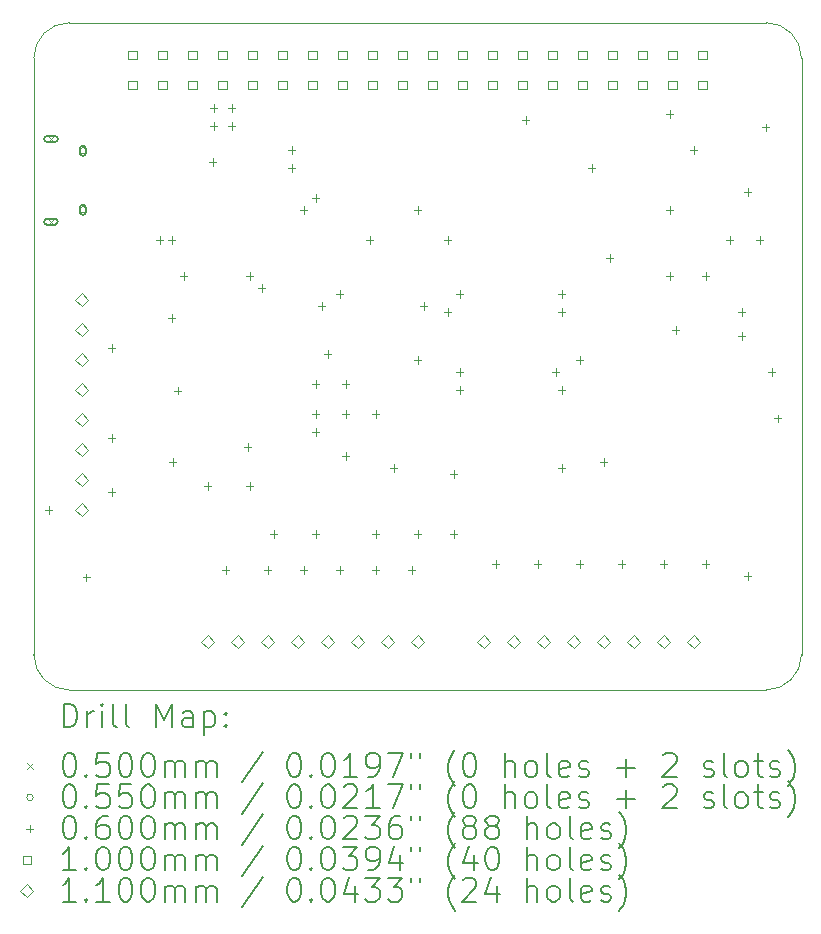
<source format=gbr>
%FSLAX45Y45*%
G04 Gerber Fmt 4.5, Leading zero omitted, Abs format (unit mm)*
G04 Created by KiCad (PCBNEW (6.0.6)) date 2022-08-27 23:59:47*
%MOMM*%
%LPD*%
G01*
G04 APERTURE LIST*
%TA.AperFunction,Profile*%
%ADD10C,0.100000*%
%TD*%
%ADD11C,0.200000*%
%ADD12C,0.050000*%
%ADD13C,0.055000*%
%ADD14C,0.060000*%
%ADD15C,0.100000*%
%ADD16C,0.110000*%
G04 APERTURE END LIST*
D10*
X16200000Y-4350000D02*
X10300000Y-4350000D01*
X10000000Y-9700000D02*
G75*
G03*
X10300000Y-10000000I300000J0D01*
G01*
X16500000Y-9700000D02*
X16500000Y-4650000D01*
X10300000Y-4350000D02*
G75*
G03*
X10000000Y-4650000I0J-300000D01*
G01*
X10000000Y-4650000D02*
X10000000Y-9700000D01*
X16200000Y-10000000D02*
G75*
G03*
X16500000Y-9700000I0J300000D01*
G01*
X16500000Y-4650000D02*
G75*
G03*
X16200000Y-4350000I-300000J0D01*
G01*
X10300000Y-10000000D02*
X16200000Y-10000000D01*
D11*
D12*
X10120097Y-5309996D02*
X10170097Y-5359996D01*
X10170097Y-5309996D02*
X10120097Y-5359996D01*
D11*
X10177597Y-5309996D02*
X10112597Y-5309996D01*
X10177597Y-5359996D02*
X10112597Y-5359996D01*
X10112597Y-5309996D02*
G75*
G03*
X10112597Y-5359996I0J-25000D01*
G01*
X10177597Y-5359996D02*
G75*
G03*
X10177597Y-5309996I0J25000D01*
G01*
D12*
X10120097Y-6009996D02*
X10170097Y-6059996D01*
X10170097Y-6009996D02*
X10120097Y-6059996D01*
D11*
X10177597Y-6009996D02*
X10112597Y-6009996D01*
X10177597Y-6059996D02*
X10112597Y-6059996D01*
X10112597Y-6009996D02*
G75*
G03*
X10112597Y-6059996I0J-25000D01*
G01*
X10177597Y-6059996D02*
G75*
G03*
X10177597Y-6009996I0J25000D01*
G01*
D13*
X10442597Y-5434996D02*
G75*
G03*
X10442597Y-5434996I-27500J0D01*
G01*
D11*
X10387597Y-5419996D02*
X10387597Y-5449996D01*
X10442597Y-5419996D02*
X10442597Y-5449996D01*
X10387597Y-5449996D02*
G75*
G03*
X10442597Y-5449996I27500J0D01*
G01*
X10442597Y-5419996D02*
G75*
G03*
X10387597Y-5419996I-27500J0D01*
G01*
D13*
X10442597Y-5934996D02*
G75*
G03*
X10442597Y-5934996I-27500J0D01*
G01*
D11*
X10387597Y-5919996D02*
X10387597Y-5949996D01*
X10442597Y-5919996D02*
X10442597Y-5949996D01*
X10387597Y-5949996D02*
G75*
G03*
X10442597Y-5949996I27500J0D01*
G01*
X10442597Y-5919996D02*
G75*
G03*
X10387597Y-5919996I-27500J0D01*
G01*
D14*
X10127000Y-8446000D02*
X10127000Y-8506000D01*
X10097000Y-8476000D02*
X10157000Y-8476000D01*
X10444500Y-9017500D02*
X10444500Y-9077500D01*
X10414500Y-9047500D02*
X10474500Y-9047500D01*
X10660400Y-7074400D02*
X10660400Y-7134400D01*
X10630400Y-7104400D02*
X10690400Y-7104400D01*
X10660400Y-7836400D02*
X10660400Y-7896400D01*
X10630400Y-7866400D02*
X10690400Y-7866400D01*
X10660400Y-8293600D02*
X10660400Y-8353600D01*
X10630400Y-8323600D02*
X10690400Y-8323600D01*
X11066800Y-6160000D02*
X11066800Y-6220000D01*
X11036800Y-6190000D02*
X11096800Y-6190000D01*
X11168400Y-6160000D02*
X11168400Y-6220000D01*
X11138400Y-6190000D02*
X11198400Y-6190000D01*
X11168400Y-6820400D02*
X11168400Y-6880400D01*
X11138400Y-6850400D02*
X11198400Y-6850400D01*
X11174750Y-8039600D02*
X11174750Y-8099600D01*
X11144750Y-8069600D02*
X11204750Y-8069600D01*
X11219200Y-7435753D02*
X11219200Y-7495753D01*
X11189200Y-7465753D02*
X11249200Y-7465753D01*
X11270000Y-6464800D02*
X11270000Y-6524800D01*
X11240000Y-6494800D02*
X11300000Y-6494800D01*
X11473200Y-8242800D02*
X11473200Y-8302800D01*
X11443200Y-8272800D02*
X11503200Y-8272800D01*
X11515250Y-5499550D02*
X11515250Y-5559550D01*
X11485250Y-5529550D02*
X11545250Y-5529550D01*
X11524000Y-5042400D02*
X11524000Y-5102400D01*
X11494000Y-5072400D02*
X11554000Y-5072400D01*
X11524000Y-5194800D02*
X11524000Y-5254800D01*
X11494000Y-5224800D02*
X11554000Y-5224800D01*
X11625600Y-8954000D02*
X11625600Y-9014000D01*
X11595600Y-8984000D02*
X11655600Y-8984000D01*
X11676400Y-5042400D02*
X11676400Y-5102400D01*
X11646400Y-5072400D02*
X11706400Y-5072400D01*
X11676400Y-5194800D02*
X11676400Y-5254800D01*
X11646400Y-5224800D02*
X11706400Y-5224800D01*
X11809750Y-7912600D02*
X11809750Y-7972600D01*
X11779750Y-7942600D02*
X11839750Y-7942600D01*
X11828800Y-6464800D02*
X11828800Y-6524800D01*
X11798800Y-6494800D02*
X11858800Y-6494800D01*
X11828800Y-8242800D02*
X11828800Y-8302800D01*
X11798800Y-8272800D02*
X11858800Y-8272800D01*
X11930400Y-6566400D02*
X11930400Y-6626400D01*
X11900400Y-6596400D02*
X11960400Y-6596400D01*
X11981200Y-8954000D02*
X11981200Y-9014000D01*
X11951200Y-8984000D02*
X12011200Y-8984000D01*
X12032000Y-8649200D02*
X12032000Y-8709200D01*
X12002000Y-8679200D02*
X12062000Y-8679200D01*
X12184400Y-5398000D02*
X12184400Y-5458000D01*
X12154400Y-5428000D02*
X12214400Y-5428000D01*
X12184400Y-5550400D02*
X12184400Y-5610400D01*
X12154400Y-5580400D02*
X12214400Y-5580400D01*
X12286000Y-5906000D02*
X12286000Y-5966000D01*
X12256000Y-5936000D02*
X12316000Y-5936000D01*
X12286000Y-8954000D02*
X12286000Y-9014000D01*
X12256000Y-8984000D02*
X12316000Y-8984000D01*
X12387600Y-5804400D02*
X12387600Y-5864400D01*
X12357600Y-5834400D02*
X12417600Y-5834400D01*
X12387600Y-7379200D02*
X12387600Y-7439200D01*
X12357600Y-7409200D02*
X12417600Y-7409200D01*
X12387600Y-7633200D02*
X12387600Y-7693200D01*
X12357600Y-7663200D02*
X12417600Y-7663200D01*
X12387600Y-7785600D02*
X12387600Y-7845600D01*
X12357600Y-7815600D02*
X12417600Y-7815600D01*
X12387600Y-8649200D02*
X12387600Y-8709200D01*
X12357600Y-8679200D02*
X12417600Y-8679200D01*
X12438400Y-6718800D02*
X12438400Y-6778800D01*
X12408400Y-6748800D02*
X12468400Y-6748800D01*
X12489200Y-7125200D02*
X12489200Y-7185200D01*
X12459200Y-7155200D02*
X12519200Y-7155200D01*
X12590800Y-6617200D02*
X12590800Y-6677200D01*
X12560800Y-6647200D02*
X12620800Y-6647200D01*
X12590800Y-8954000D02*
X12590800Y-9014000D01*
X12560800Y-8984000D02*
X12620800Y-8984000D01*
X12641600Y-7379200D02*
X12641600Y-7439200D01*
X12611600Y-7409200D02*
X12671600Y-7409200D01*
X12641600Y-7633200D02*
X12641600Y-7693200D01*
X12611600Y-7663200D02*
X12671600Y-7663200D01*
X12641600Y-7988800D02*
X12641600Y-8048800D01*
X12611600Y-8018800D02*
X12671600Y-8018800D01*
X12844800Y-6160000D02*
X12844800Y-6220000D01*
X12814800Y-6190000D02*
X12874800Y-6190000D01*
X12895600Y-7633200D02*
X12895600Y-7693200D01*
X12865600Y-7663200D02*
X12925600Y-7663200D01*
X12895600Y-8649200D02*
X12895600Y-8709200D01*
X12865600Y-8679200D02*
X12925600Y-8679200D01*
X12895600Y-8954000D02*
X12895600Y-9014000D01*
X12865600Y-8984000D02*
X12925600Y-8984000D01*
X13048000Y-8090400D02*
X13048000Y-8150400D01*
X13018000Y-8120400D02*
X13078000Y-8120400D01*
X13200400Y-8954000D02*
X13200400Y-9014000D01*
X13170400Y-8984000D02*
X13230400Y-8984000D01*
X13251200Y-5906000D02*
X13251200Y-5966000D01*
X13221200Y-5936000D02*
X13281200Y-5936000D01*
X13251200Y-7176000D02*
X13251200Y-7236000D01*
X13221200Y-7206000D02*
X13281200Y-7206000D01*
X13251200Y-8649200D02*
X13251200Y-8709200D01*
X13221200Y-8679200D02*
X13281200Y-8679200D01*
X13302000Y-6718800D02*
X13302000Y-6778800D01*
X13272000Y-6748800D02*
X13332000Y-6748800D01*
X13505200Y-6160000D02*
X13505200Y-6220000D01*
X13475200Y-6190000D02*
X13535200Y-6190000D01*
X13505200Y-6769600D02*
X13505200Y-6829600D01*
X13475200Y-6799600D02*
X13535200Y-6799600D01*
X13556000Y-8141200D02*
X13556000Y-8201200D01*
X13526000Y-8171200D02*
X13586000Y-8171200D01*
X13556000Y-8649200D02*
X13556000Y-8709200D01*
X13526000Y-8679200D02*
X13586000Y-8679200D01*
X13606800Y-6617200D02*
X13606800Y-6677200D01*
X13576800Y-6647200D02*
X13636800Y-6647200D01*
X13606800Y-7277600D02*
X13606800Y-7337600D01*
X13576800Y-7307600D02*
X13636800Y-7307600D01*
X13606800Y-7430000D02*
X13606800Y-7490000D01*
X13576800Y-7460000D02*
X13636800Y-7460000D01*
X13911600Y-8903200D02*
X13911600Y-8963200D01*
X13881600Y-8933200D02*
X13941600Y-8933200D01*
X14165600Y-5144000D02*
X14165600Y-5204000D01*
X14135600Y-5174000D02*
X14195600Y-5174000D01*
X14267200Y-8903200D02*
X14267200Y-8963200D01*
X14237200Y-8933200D02*
X14297200Y-8933200D01*
X14419600Y-7277600D02*
X14419600Y-7337600D01*
X14389600Y-7307600D02*
X14449600Y-7307600D01*
X14470400Y-6617200D02*
X14470400Y-6677200D01*
X14440400Y-6647200D02*
X14500400Y-6647200D01*
X14470400Y-6769600D02*
X14470400Y-6829600D01*
X14440400Y-6799600D02*
X14500400Y-6799600D01*
X14470400Y-7430000D02*
X14470400Y-7490000D01*
X14440400Y-7460000D02*
X14500400Y-7460000D01*
X14470400Y-8090400D02*
X14470400Y-8150400D01*
X14440400Y-8120400D02*
X14500400Y-8120400D01*
X14622800Y-7176000D02*
X14622800Y-7236000D01*
X14592800Y-7206000D02*
X14652800Y-7206000D01*
X14622800Y-8903200D02*
X14622800Y-8963200D01*
X14592800Y-8933200D02*
X14652800Y-8933200D01*
X14724400Y-5550400D02*
X14724400Y-5610400D01*
X14694400Y-5580400D02*
X14754400Y-5580400D01*
X14826000Y-8039600D02*
X14826000Y-8099600D01*
X14796000Y-8069600D02*
X14856000Y-8069600D01*
X14876800Y-6312400D02*
X14876800Y-6372400D01*
X14846800Y-6342400D02*
X14906800Y-6342400D01*
X14978400Y-8903200D02*
X14978400Y-8963200D01*
X14948400Y-8933200D02*
X15008400Y-8933200D01*
X15334000Y-8903200D02*
X15334000Y-8963200D01*
X15304000Y-8933200D02*
X15364000Y-8933200D01*
X15384800Y-5093200D02*
X15384800Y-5153200D01*
X15354800Y-5123200D02*
X15414800Y-5123200D01*
X15384800Y-5906000D02*
X15384800Y-5966000D01*
X15354800Y-5936000D02*
X15414800Y-5936000D01*
X15384800Y-6464800D02*
X15384800Y-6524800D01*
X15354800Y-6494800D02*
X15414800Y-6494800D01*
X15435600Y-6922000D02*
X15435600Y-6982000D01*
X15405600Y-6952000D02*
X15465600Y-6952000D01*
X15588000Y-5398000D02*
X15588000Y-5458000D01*
X15558000Y-5428000D02*
X15618000Y-5428000D01*
X15689600Y-6464800D02*
X15689600Y-6524800D01*
X15659600Y-6494800D02*
X15719600Y-6494800D01*
X15689600Y-8903200D02*
X15689600Y-8963200D01*
X15659600Y-8933200D02*
X15719600Y-8933200D01*
X15892800Y-6160000D02*
X15892800Y-6220000D01*
X15862800Y-6190000D02*
X15922800Y-6190000D01*
X15994400Y-6769600D02*
X15994400Y-6829600D01*
X15964400Y-6799600D02*
X16024400Y-6799600D01*
X15994400Y-6972800D02*
X15994400Y-7032800D01*
X15964400Y-7002800D02*
X16024400Y-7002800D01*
X16045200Y-5753600D02*
X16045200Y-5813600D01*
X16015200Y-5783600D02*
X16075200Y-5783600D01*
X16045200Y-9004800D02*
X16045200Y-9064800D01*
X16015200Y-9034800D02*
X16075200Y-9034800D01*
X16146800Y-6160000D02*
X16146800Y-6220000D01*
X16116800Y-6190000D02*
X16176800Y-6190000D01*
X16197600Y-5207500D02*
X16197600Y-5267500D01*
X16167600Y-5237500D02*
X16227600Y-5237500D01*
X16248400Y-7277600D02*
X16248400Y-7337600D01*
X16218400Y-7307600D02*
X16278400Y-7307600D01*
X16299200Y-7671300D02*
X16299200Y-7731300D01*
X16269200Y-7701300D02*
X16329200Y-7701300D01*
D15*
X10872356Y-4658356D02*
X10872356Y-4587644D01*
X10801644Y-4587644D01*
X10801644Y-4658356D01*
X10872356Y-4658356D01*
X10872356Y-4912356D02*
X10872356Y-4841644D01*
X10801644Y-4841644D01*
X10801644Y-4912356D01*
X10872356Y-4912356D01*
X11126356Y-4658356D02*
X11126356Y-4587644D01*
X11055644Y-4587644D01*
X11055644Y-4658356D01*
X11126356Y-4658356D01*
X11126356Y-4912356D02*
X11126356Y-4841644D01*
X11055644Y-4841644D01*
X11055644Y-4912356D01*
X11126356Y-4912356D01*
X11380356Y-4658356D02*
X11380356Y-4587644D01*
X11309644Y-4587644D01*
X11309644Y-4658356D01*
X11380356Y-4658356D01*
X11380356Y-4912356D02*
X11380356Y-4841644D01*
X11309644Y-4841644D01*
X11309644Y-4912356D01*
X11380356Y-4912356D01*
X11634356Y-4658356D02*
X11634356Y-4587644D01*
X11563644Y-4587644D01*
X11563644Y-4658356D01*
X11634356Y-4658356D01*
X11634356Y-4912356D02*
X11634356Y-4841644D01*
X11563644Y-4841644D01*
X11563644Y-4912356D01*
X11634356Y-4912356D01*
X11888356Y-4658356D02*
X11888356Y-4587644D01*
X11817644Y-4587644D01*
X11817644Y-4658356D01*
X11888356Y-4658356D01*
X11888356Y-4912356D02*
X11888356Y-4841644D01*
X11817644Y-4841644D01*
X11817644Y-4912356D01*
X11888356Y-4912356D01*
X12142356Y-4658356D02*
X12142356Y-4587644D01*
X12071644Y-4587644D01*
X12071644Y-4658356D01*
X12142356Y-4658356D01*
X12142356Y-4912356D02*
X12142356Y-4841644D01*
X12071644Y-4841644D01*
X12071644Y-4912356D01*
X12142356Y-4912356D01*
X12396356Y-4658356D02*
X12396356Y-4587644D01*
X12325644Y-4587644D01*
X12325644Y-4658356D01*
X12396356Y-4658356D01*
X12396356Y-4912356D02*
X12396356Y-4841644D01*
X12325644Y-4841644D01*
X12325644Y-4912356D01*
X12396356Y-4912356D01*
X12650356Y-4658356D02*
X12650356Y-4587644D01*
X12579644Y-4587644D01*
X12579644Y-4658356D01*
X12650356Y-4658356D01*
X12650356Y-4912356D02*
X12650356Y-4841644D01*
X12579644Y-4841644D01*
X12579644Y-4912356D01*
X12650356Y-4912356D01*
X12904356Y-4658356D02*
X12904356Y-4587644D01*
X12833644Y-4587644D01*
X12833644Y-4658356D01*
X12904356Y-4658356D01*
X12904356Y-4912356D02*
X12904356Y-4841644D01*
X12833644Y-4841644D01*
X12833644Y-4912356D01*
X12904356Y-4912356D01*
X13158356Y-4658356D02*
X13158356Y-4587644D01*
X13087644Y-4587644D01*
X13087644Y-4658356D01*
X13158356Y-4658356D01*
X13158356Y-4912356D02*
X13158356Y-4841644D01*
X13087644Y-4841644D01*
X13087644Y-4912356D01*
X13158356Y-4912356D01*
X13412356Y-4658356D02*
X13412356Y-4587644D01*
X13341644Y-4587644D01*
X13341644Y-4658356D01*
X13412356Y-4658356D01*
X13412356Y-4912356D02*
X13412356Y-4841644D01*
X13341644Y-4841644D01*
X13341644Y-4912356D01*
X13412356Y-4912356D01*
X13666356Y-4658356D02*
X13666356Y-4587644D01*
X13595644Y-4587644D01*
X13595644Y-4658356D01*
X13666356Y-4658356D01*
X13666356Y-4912356D02*
X13666356Y-4841644D01*
X13595644Y-4841644D01*
X13595644Y-4912356D01*
X13666356Y-4912356D01*
X13920356Y-4658356D02*
X13920356Y-4587644D01*
X13849644Y-4587644D01*
X13849644Y-4658356D01*
X13920356Y-4658356D01*
X13920356Y-4912356D02*
X13920356Y-4841644D01*
X13849644Y-4841644D01*
X13849644Y-4912356D01*
X13920356Y-4912356D01*
X14174356Y-4658356D02*
X14174356Y-4587644D01*
X14103644Y-4587644D01*
X14103644Y-4658356D01*
X14174356Y-4658356D01*
X14174356Y-4912356D02*
X14174356Y-4841644D01*
X14103644Y-4841644D01*
X14103644Y-4912356D01*
X14174356Y-4912356D01*
X14428356Y-4658356D02*
X14428356Y-4587644D01*
X14357644Y-4587644D01*
X14357644Y-4658356D01*
X14428356Y-4658356D01*
X14428356Y-4912356D02*
X14428356Y-4841644D01*
X14357644Y-4841644D01*
X14357644Y-4912356D01*
X14428356Y-4912356D01*
X14682356Y-4658356D02*
X14682356Y-4587644D01*
X14611644Y-4587644D01*
X14611644Y-4658356D01*
X14682356Y-4658356D01*
X14682356Y-4912356D02*
X14682356Y-4841644D01*
X14611644Y-4841644D01*
X14611644Y-4912356D01*
X14682356Y-4912356D01*
X14936356Y-4658356D02*
X14936356Y-4587644D01*
X14865644Y-4587644D01*
X14865644Y-4658356D01*
X14936356Y-4658356D01*
X14936356Y-4912356D02*
X14936356Y-4841644D01*
X14865644Y-4841644D01*
X14865644Y-4912356D01*
X14936356Y-4912356D01*
X15190356Y-4658356D02*
X15190356Y-4587644D01*
X15119644Y-4587644D01*
X15119644Y-4658356D01*
X15190356Y-4658356D01*
X15190356Y-4912356D02*
X15190356Y-4841644D01*
X15119644Y-4841644D01*
X15119644Y-4912356D01*
X15190356Y-4912356D01*
X15444356Y-4658356D02*
X15444356Y-4587644D01*
X15373644Y-4587644D01*
X15373644Y-4658356D01*
X15444356Y-4658356D01*
X15444356Y-4912356D02*
X15444356Y-4841644D01*
X15373644Y-4841644D01*
X15373644Y-4912356D01*
X15444356Y-4912356D01*
X15698356Y-4658356D02*
X15698356Y-4587644D01*
X15627644Y-4587644D01*
X15627644Y-4658356D01*
X15698356Y-4658356D01*
X15698356Y-4912356D02*
X15698356Y-4841644D01*
X15627644Y-4841644D01*
X15627644Y-4912356D01*
X15698356Y-4912356D01*
D16*
X10406400Y-6753000D02*
X10461400Y-6698000D01*
X10406400Y-6643000D01*
X10351400Y-6698000D01*
X10406400Y-6753000D01*
X10406400Y-7007000D02*
X10461400Y-6952000D01*
X10406400Y-6897000D01*
X10351400Y-6952000D01*
X10406400Y-7007000D01*
X10406400Y-7261000D02*
X10461400Y-7206000D01*
X10406400Y-7151000D01*
X10351400Y-7206000D01*
X10406400Y-7261000D01*
X10406400Y-7515000D02*
X10461400Y-7460000D01*
X10406400Y-7405000D01*
X10351400Y-7460000D01*
X10406400Y-7515000D01*
X10406400Y-7769000D02*
X10461400Y-7714000D01*
X10406400Y-7659000D01*
X10351400Y-7714000D01*
X10406400Y-7769000D01*
X10406400Y-8023000D02*
X10461400Y-7968000D01*
X10406400Y-7913000D01*
X10351400Y-7968000D01*
X10406400Y-8023000D01*
X10406400Y-8277000D02*
X10461400Y-8222000D01*
X10406400Y-8167000D01*
X10351400Y-8222000D01*
X10406400Y-8277000D01*
X10406400Y-8531000D02*
X10461400Y-8476000D01*
X10406400Y-8421000D01*
X10351400Y-8476000D01*
X10406400Y-8531000D01*
X11473200Y-9648600D02*
X11528200Y-9593600D01*
X11473200Y-9538600D01*
X11418200Y-9593600D01*
X11473200Y-9648600D01*
X11727200Y-9648600D02*
X11782200Y-9593600D01*
X11727200Y-9538600D01*
X11672200Y-9593600D01*
X11727200Y-9648600D01*
X11981200Y-9648600D02*
X12036200Y-9593600D01*
X11981200Y-9538600D01*
X11926200Y-9593600D01*
X11981200Y-9648600D01*
X12235200Y-9648600D02*
X12290200Y-9593600D01*
X12235200Y-9538600D01*
X12180200Y-9593600D01*
X12235200Y-9648600D01*
X12489200Y-9648600D02*
X12544200Y-9593600D01*
X12489200Y-9538600D01*
X12434200Y-9593600D01*
X12489200Y-9648600D01*
X12743200Y-9648600D02*
X12798200Y-9593600D01*
X12743200Y-9538600D01*
X12688200Y-9593600D01*
X12743200Y-9648600D01*
X12997200Y-9648600D02*
X13052200Y-9593600D01*
X12997200Y-9538600D01*
X12942200Y-9593600D01*
X12997200Y-9648600D01*
X13251200Y-9648600D02*
X13306200Y-9593600D01*
X13251200Y-9538600D01*
X13196200Y-9593600D01*
X13251200Y-9648600D01*
X13810000Y-9648600D02*
X13865000Y-9593600D01*
X13810000Y-9538600D01*
X13755000Y-9593600D01*
X13810000Y-9648600D01*
X14064000Y-9648600D02*
X14119000Y-9593600D01*
X14064000Y-9538600D01*
X14009000Y-9593600D01*
X14064000Y-9648600D01*
X14318000Y-9648600D02*
X14373000Y-9593600D01*
X14318000Y-9538600D01*
X14263000Y-9593600D01*
X14318000Y-9648600D01*
X14572000Y-9648600D02*
X14627000Y-9593600D01*
X14572000Y-9538600D01*
X14517000Y-9593600D01*
X14572000Y-9648600D01*
X14826000Y-9648600D02*
X14881000Y-9593600D01*
X14826000Y-9538600D01*
X14771000Y-9593600D01*
X14826000Y-9648600D01*
X15080000Y-9648600D02*
X15135000Y-9593600D01*
X15080000Y-9538600D01*
X15025000Y-9593600D01*
X15080000Y-9648600D01*
X15334000Y-9648600D02*
X15389000Y-9593600D01*
X15334000Y-9538600D01*
X15279000Y-9593600D01*
X15334000Y-9648600D01*
X15588000Y-9648600D02*
X15643000Y-9593600D01*
X15588000Y-9538600D01*
X15533000Y-9593600D01*
X15588000Y-9648600D01*
D11*
X10252619Y-10315476D02*
X10252619Y-10115476D01*
X10300238Y-10115476D01*
X10328810Y-10125000D01*
X10347857Y-10144048D01*
X10357381Y-10163095D01*
X10366905Y-10201190D01*
X10366905Y-10229762D01*
X10357381Y-10267857D01*
X10347857Y-10286905D01*
X10328810Y-10305952D01*
X10300238Y-10315476D01*
X10252619Y-10315476D01*
X10452619Y-10315476D02*
X10452619Y-10182143D01*
X10452619Y-10220238D02*
X10462143Y-10201190D01*
X10471667Y-10191667D01*
X10490714Y-10182143D01*
X10509762Y-10182143D01*
X10576429Y-10315476D02*
X10576429Y-10182143D01*
X10576429Y-10115476D02*
X10566905Y-10125000D01*
X10576429Y-10134524D01*
X10585952Y-10125000D01*
X10576429Y-10115476D01*
X10576429Y-10134524D01*
X10700238Y-10315476D02*
X10681190Y-10305952D01*
X10671667Y-10286905D01*
X10671667Y-10115476D01*
X10805000Y-10315476D02*
X10785952Y-10305952D01*
X10776429Y-10286905D01*
X10776429Y-10115476D01*
X11033571Y-10315476D02*
X11033571Y-10115476D01*
X11100238Y-10258333D01*
X11166905Y-10115476D01*
X11166905Y-10315476D01*
X11347857Y-10315476D02*
X11347857Y-10210714D01*
X11338333Y-10191667D01*
X11319286Y-10182143D01*
X11281190Y-10182143D01*
X11262143Y-10191667D01*
X11347857Y-10305952D02*
X11328809Y-10315476D01*
X11281190Y-10315476D01*
X11262143Y-10305952D01*
X11252619Y-10286905D01*
X11252619Y-10267857D01*
X11262143Y-10248810D01*
X11281190Y-10239286D01*
X11328809Y-10239286D01*
X11347857Y-10229762D01*
X11443095Y-10182143D02*
X11443095Y-10382143D01*
X11443095Y-10191667D02*
X11462143Y-10182143D01*
X11500238Y-10182143D01*
X11519286Y-10191667D01*
X11528809Y-10201190D01*
X11538333Y-10220238D01*
X11538333Y-10277381D01*
X11528809Y-10296429D01*
X11519286Y-10305952D01*
X11500238Y-10315476D01*
X11462143Y-10315476D01*
X11443095Y-10305952D01*
X11624048Y-10296429D02*
X11633571Y-10305952D01*
X11624048Y-10315476D01*
X11614524Y-10305952D01*
X11624048Y-10296429D01*
X11624048Y-10315476D01*
X11624048Y-10191667D02*
X11633571Y-10201190D01*
X11624048Y-10210714D01*
X11614524Y-10201190D01*
X11624048Y-10191667D01*
X11624048Y-10210714D01*
D12*
X9945000Y-10620000D02*
X9995000Y-10670000D01*
X9995000Y-10620000D02*
X9945000Y-10670000D01*
D11*
X10290714Y-10535476D02*
X10309762Y-10535476D01*
X10328810Y-10545000D01*
X10338333Y-10554524D01*
X10347857Y-10573571D01*
X10357381Y-10611667D01*
X10357381Y-10659286D01*
X10347857Y-10697381D01*
X10338333Y-10716429D01*
X10328810Y-10725952D01*
X10309762Y-10735476D01*
X10290714Y-10735476D01*
X10271667Y-10725952D01*
X10262143Y-10716429D01*
X10252619Y-10697381D01*
X10243095Y-10659286D01*
X10243095Y-10611667D01*
X10252619Y-10573571D01*
X10262143Y-10554524D01*
X10271667Y-10545000D01*
X10290714Y-10535476D01*
X10443095Y-10716429D02*
X10452619Y-10725952D01*
X10443095Y-10735476D01*
X10433571Y-10725952D01*
X10443095Y-10716429D01*
X10443095Y-10735476D01*
X10633571Y-10535476D02*
X10538333Y-10535476D01*
X10528810Y-10630714D01*
X10538333Y-10621190D01*
X10557381Y-10611667D01*
X10605000Y-10611667D01*
X10624048Y-10621190D01*
X10633571Y-10630714D01*
X10643095Y-10649762D01*
X10643095Y-10697381D01*
X10633571Y-10716429D01*
X10624048Y-10725952D01*
X10605000Y-10735476D01*
X10557381Y-10735476D01*
X10538333Y-10725952D01*
X10528810Y-10716429D01*
X10766905Y-10535476D02*
X10785952Y-10535476D01*
X10805000Y-10545000D01*
X10814524Y-10554524D01*
X10824048Y-10573571D01*
X10833571Y-10611667D01*
X10833571Y-10659286D01*
X10824048Y-10697381D01*
X10814524Y-10716429D01*
X10805000Y-10725952D01*
X10785952Y-10735476D01*
X10766905Y-10735476D01*
X10747857Y-10725952D01*
X10738333Y-10716429D01*
X10728810Y-10697381D01*
X10719286Y-10659286D01*
X10719286Y-10611667D01*
X10728810Y-10573571D01*
X10738333Y-10554524D01*
X10747857Y-10545000D01*
X10766905Y-10535476D01*
X10957381Y-10535476D02*
X10976429Y-10535476D01*
X10995476Y-10545000D01*
X11005000Y-10554524D01*
X11014524Y-10573571D01*
X11024048Y-10611667D01*
X11024048Y-10659286D01*
X11014524Y-10697381D01*
X11005000Y-10716429D01*
X10995476Y-10725952D01*
X10976429Y-10735476D01*
X10957381Y-10735476D01*
X10938333Y-10725952D01*
X10928810Y-10716429D01*
X10919286Y-10697381D01*
X10909762Y-10659286D01*
X10909762Y-10611667D01*
X10919286Y-10573571D01*
X10928810Y-10554524D01*
X10938333Y-10545000D01*
X10957381Y-10535476D01*
X11109762Y-10735476D02*
X11109762Y-10602143D01*
X11109762Y-10621190D02*
X11119286Y-10611667D01*
X11138333Y-10602143D01*
X11166905Y-10602143D01*
X11185952Y-10611667D01*
X11195476Y-10630714D01*
X11195476Y-10735476D01*
X11195476Y-10630714D02*
X11205000Y-10611667D01*
X11224048Y-10602143D01*
X11252619Y-10602143D01*
X11271667Y-10611667D01*
X11281190Y-10630714D01*
X11281190Y-10735476D01*
X11376428Y-10735476D02*
X11376428Y-10602143D01*
X11376428Y-10621190D02*
X11385952Y-10611667D01*
X11405000Y-10602143D01*
X11433571Y-10602143D01*
X11452619Y-10611667D01*
X11462143Y-10630714D01*
X11462143Y-10735476D01*
X11462143Y-10630714D02*
X11471667Y-10611667D01*
X11490714Y-10602143D01*
X11519286Y-10602143D01*
X11538333Y-10611667D01*
X11547857Y-10630714D01*
X11547857Y-10735476D01*
X11938333Y-10525952D02*
X11766905Y-10783095D01*
X12195476Y-10535476D02*
X12214524Y-10535476D01*
X12233571Y-10545000D01*
X12243095Y-10554524D01*
X12252619Y-10573571D01*
X12262143Y-10611667D01*
X12262143Y-10659286D01*
X12252619Y-10697381D01*
X12243095Y-10716429D01*
X12233571Y-10725952D01*
X12214524Y-10735476D01*
X12195476Y-10735476D01*
X12176428Y-10725952D01*
X12166905Y-10716429D01*
X12157381Y-10697381D01*
X12147857Y-10659286D01*
X12147857Y-10611667D01*
X12157381Y-10573571D01*
X12166905Y-10554524D01*
X12176428Y-10545000D01*
X12195476Y-10535476D01*
X12347857Y-10716429D02*
X12357381Y-10725952D01*
X12347857Y-10735476D01*
X12338333Y-10725952D01*
X12347857Y-10716429D01*
X12347857Y-10735476D01*
X12481190Y-10535476D02*
X12500238Y-10535476D01*
X12519286Y-10545000D01*
X12528809Y-10554524D01*
X12538333Y-10573571D01*
X12547857Y-10611667D01*
X12547857Y-10659286D01*
X12538333Y-10697381D01*
X12528809Y-10716429D01*
X12519286Y-10725952D01*
X12500238Y-10735476D01*
X12481190Y-10735476D01*
X12462143Y-10725952D01*
X12452619Y-10716429D01*
X12443095Y-10697381D01*
X12433571Y-10659286D01*
X12433571Y-10611667D01*
X12443095Y-10573571D01*
X12452619Y-10554524D01*
X12462143Y-10545000D01*
X12481190Y-10535476D01*
X12738333Y-10735476D02*
X12624048Y-10735476D01*
X12681190Y-10735476D02*
X12681190Y-10535476D01*
X12662143Y-10564048D01*
X12643095Y-10583095D01*
X12624048Y-10592619D01*
X12833571Y-10735476D02*
X12871667Y-10735476D01*
X12890714Y-10725952D01*
X12900238Y-10716429D01*
X12919286Y-10687857D01*
X12928809Y-10649762D01*
X12928809Y-10573571D01*
X12919286Y-10554524D01*
X12909762Y-10545000D01*
X12890714Y-10535476D01*
X12852619Y-10535476D01*
X12833571Y-10545000D01*
X12824048Y-10554524D01*
X12814524Y-10573571D01*
X12814524Y-10621190D01*
X12824048Y-10640238D01*
X12833571Y-10649762D01*
X12852619Y-10659286D01*
X12890714Y-10659286D01*
X12909762Y-10649762D01*
X12919286Y-10640238D01*
X12928809Y-10621190D01*
X12995476Y-10535476D02*
X13128809Y-10535476D01*
X13043095Y-10735476D01*
X13195476Y-10535476D02*
X13195476Y-10573571D01*
X13271667Y-10535476D02*
X13271667Y-10573571D01*
X13566905Y-10811667D02*
X13557381Y-10802143D01*
X13538333Y-10773571D01*
X13528809Y-10754524D01*
X13519286Y-10725952D01*
X13509762Y-10678333D01*
X13509762Y-10640238D01*
X13519286Y-10592619D01*
X13528809Y-10564048D01*
X13538333Y-10545000D01*
X13557381Y-10516429D01*
X13566905Y-10506905D01*
X13681190Y-10535476D02*
X13700238Y-10535476D01*
X13719286Y-10545000D01*
X13728809Y-10554524D01*
X13738333Y-10573571D01*
X13747857Y-10611667D01*
X13747857Y-10659286D01*
X13738333Y-10697381D01*
X13728809Y-10716429D01*
X13719286Y-10725952D01*
X13700238Y-10735476D01*
X13681190Y-10735476D01*
X13662143Y-10725952D01*
X13652619Y-10716429D01*
X13643095Y-10697381D01*
X13633571Y-10659286D01*
X13633571Y-10611667D01*
X13643095Y-10573571D01*
X13652619Y-10554524D01*
X13662143Y-10545000D01*
X13681190Y-10535476D01*
X13985952Y-10735476D02*
X13985952Y-10535476D01*
X14071667Y-10735476D02*
X14071667Y-10630714D01*
X14062143Y-10611667D01*
X14043095Y-10602143D01*
X14014524Y-10602143D01*
X13995476Y-10611667D01*
X13985952Y-10621190D01*
X14195476Y-10735476D02*
X14176428Y-10725952D01*
X14166905Y-10716429D01*
X14157381Y-10697381D01*
X14157381Y-10640238D01*
X14166905Y-10621190D01*
X14176428Y-10611667D01*
X14195476Y-10602143D01*
X14224048Y-10602143D01*
X14243095Y-10611667D01*
X14252619Y-10621190D01*
X14262143Y-10640238D01*
X14262143Y-10697381D01*
X14252619Y-10716429D01*
X14243095Y-10725952D01*
X14224048Y-10735476D01*
X14195476Y-10735476D01*
X14376428Y-10735476D02*
X14357381Y-10725952D01*
X14347857Y-10706905D01*
X14347857Y-10535476D01*
X14528809Y-10725952D02*
X14509762Y-10735476D01*
X14471667Y-10735476D01*
X14452619Y-10725952D01*
X14443095Y-10706905D01*
X14443095Y-10630714D01*
X14452619Y-10611667D01*
X14471667Y-10602143D01*
X14509762Y-10602143D01*
X14528809Y-10611667D01*
X14538333Y-10630714D01*
X14538333Y-10649762D01*
X14443095Y-10668810D01*
X14614524Y-10725952D02*
X14633571Y-10735476D01*
X14671667Y-10735476D01*
X14690714Y-10725952D01*
X14700238Y-10706905D01*
X14700238Y-10697381D01*
X14690714Y-10678333D01*
X14671667Y-10668810D01*
X14643095Y-10668810D01*
X14624048Y-10659286D01*
X14614524Y-10640238D01*
X14614524Y-10630714D01*
X14624048Y-10611667D01*
X14643095Y-10602143D01*
X14671667Y-10602143D01*
X14690714Y-10611667D01*
X14938333Y-10659286D02*
X15090714Y-10659286D01*
X15014524Y-10735476D02*
X15014524Y-10583095D01*
X15328809Y-10554524D02*
X15338333Y-10545000D01*
X15357381Y-10535476D01*
X15405000Y-10535476D01*
X15424048Y-10545000D01*
X15433571Y-10554524D01*
X15443095Y-10573571D01*
X15443095Y-10592619D01*
X15433571Y-10621190D01*
X15319286Y-10735476D01*
X15443095Y-10735476D01*
X15671667Y-10725952D02*
X15690714Y-10735476D01*
X15728809Y-10735476D01*
X15747857Y-10725952D01*
X15757381Y-10706905D01*
X15757381Y-10697381D01*
X15747857Y-10678333D01*
X15728809Y-10668810D01*
X15700238Y-10668810D01*
X15681190Y-10659286D01*
X15671667Y-10640238D01*
X15671667Y-10630714D01*
X15681190Y-10611667D01*
X15700238Y-10602143D01*
X15728809Y-10602143D01*
X15747857Y-10611667D01*
X15871667Y-10735476D02*
X15852619Y-10725952D01*
X15843095Y-10706905D01*
X15843095Y-10535476D01*
X15976428Y-10735476D02*
X15957381Y-10725952D01*
X15947857Y-10716429D01*
X15938333Y-10697381D01*
X15938333Y-10640238D01*
X15947857Y-10621190D01*
X15957381Y-10611667D01*
X15976428Y-10602143D01*
X16005000Y-10602143D01*
X16024048Y-10611667D01*
X16033571Y-10621190D01*
X16043095Y-10640238D01*
X16043095Y-10697381D01*
X16033571Y-10716429D01*
X16024048Y-10725952D01*
X16005000Y-10735476D01*
X15976428Y-10735476D01*
X16100238Y-10602143D02*
X16176428Y-10602143D01*
X16128809Y-10535476D02*
X16128809Y-10706905D01*
X16138333Y-10725952D01*
X16157381Y-10735476D01*
X16176428Y-10735476D01*
X16233571Y-10725952D02*
X16252619Y-10735476D01*
X16290714Y-10735476D01*
X16309762Y-10725952D01*
X16319286Y-10706905D01*
X16319286Y-10697381D01*
X16309762Y-10678333D01*
X16290714Y-10668810D01*
X16262143Y-10668810D01*
X16243095Y-10659286D01*
X16233571Y-10640238D01*
X16233571Y-10630714D01*
X16243095Y-10611667D01*
X16262143Y-10602143D01*
X16290714Y-10602143D01*
X16309762Y-10611667D01*
X16385952Y-10811667D02*
X16395476Y-10802143D01*
X16414524Y-10773571D01*
X16424048Y-10754524D01*
X16433571Y-10725952D01*
X16443095Y-10678333D01*
X16443095Y-10640238D01*
X16433571Y-10592619D01*
X16424048Y-10564048D01*
X16414524Y-10545000D01*
X16395476Y-10516429D01*
X16385952Y-10506905D01*
D13*
X9995000Y-10909000D02*
G75*
G03*
X9995000Y-10909000I-27500J0D01*
G01*
D11*
X10290714Y-10799476D02*
X10309762Y-10799476D01*
X10328810Y-10809000D01*
X10338333Y-10818524D01*
X10347857Y-10837571D01*
X10357381Y-10875667D01*
X10357381Y-10923286D01*
X10347857Y-10961381D01*
X10338333Y-10980429D01*
X10328810Y-10989952D01*
X10309762Y-10999476D01*
X10290714Y-10999476D01*
X10271667Y-10989952D01*
X10262143Y-10980429D01*
X10252619Y-10961381D01*
X10243095Y-10923286D01*
X10243095Y-10875667D01*
X10252619Y-10837571D01*
X10262143Y-10818524D01*
X10271667Y-10809000D01*
X10290714Y-10799476D01*
X10443095Y-10980429D02*
X10452619Y-10989952D01*
X10443095Y-10999476D01*
X10433571Y-10989952D01*
X10443095Y-10980429D01*
X10443095Y-10999476D01*
X10633571Y-10799476D02*
X10538333Y-10799476D01*
X10528810Y-10894714D01*
X10538333Y-10885190D01*
X10557381Y-10875667D01*
X10605000Y-10875667D01*
X10624048Y-10885190D01*
X10633571Y-10894714D01*
X10643095Y-10913762D01*
X10643095Y-10961381D01*
X10633571Y-10980429D01*
X10624048Y-10989952D01*
X10605000Y-10999476D01*
X10557381Y-10999476D01*
X10538333Y-10989952D01*
X10528810Y-10980429D01*
X10824048Y-10799476D02*
X10728810Y-10799476D01*
X10719286Y-10894714D01*
X10728810Y-10885190D01*
X10747857Y-10875667D01*
X10795476Y-10875667D01*
X10814524Y-10885190D01*
X10824048Y-10894714D01*
X10833571Y-10913762D01*
X10833571Y-10961381D01*
X10824048Y-10980429D01*
X10814524Y-10989952D01*
X10795476Y-10999476D01*
X10747857Y-10999476D01*
X10728810Y-10989952D01*
X10719286Y-10980429D01*
X10957381Y-10799476D02*
X10976429Y-10799476D01*
X10995476Y-10809000D01*
X11005000Y-10818524D01*
X11014524Y-10837571D01*
X11024048Y-10875667D01*
X11024048Y-10923286D01*
X11014524Y-10961381D01*
X11005000Y-10980429D01*
X10995476Y-10989952D01*
X10976429Y-10999476D01*
X10957381Y-10999476D01*
X10938333Y-10989952D01*
X10928810Y-10980429D01*
X10919286Y-10961381D01*
X10909762Y-10923286D01*
X10909762Y-10875667D01*
X10919286Y-10837571D01*
X10928810Y-10818524D01*
X10938333Y-10809000D01*
X10957381Y-10799476D01*
X11109762Y-10999476D02*
X11109762Y-10866143D01*
X11109762Y-10885190D02*
X11119286Y-10875667D01*
X11138333Y-10866143D01*
X11166905Y-10866143D01*
X11185952Y-10875667D01*
X11195476Y-10894714D01*
X11195476Y-10999476D01*
X11195476Y-10894714D02*
X11205000Y-10875667D01*
X11224048Y-10866143D01*
X11252619Y-10866143D01*
X11271667Y-10875667D01*
X11281190Y-10894714D01*
X11281190Y-10999476D01*
X11376428Y-10999476D02*
X11376428Y-10866143D01*
X11376428Y-10885190D02*
X11385952Y-10875667D01*
X11405000Y-10866143D01*
X11433571Y-10866143D01*
X11452619Y-10875667D01*
X11462143Y-10894714D01*
X11462143Y-10999476D01*
X11462143Y-10894714D02*
X11471667Y-10875667D01*
X11490714Y-10866143D01*
X11519286Y-10866143D01*
X11538333Y-10875667D01*
X11547857Y-10894714D01*
X11547857Y-10999476D01*
X11938333Y-10789952D02*
X11766905Y-11047095D01*
X12195476Y-10799476D02*
X12214524Y-10799476D01*
X12233571Y-10809000D01*
X12243095Y-10818524D01*
X12252619Y-10837571D01*
X12262143Y-10875667D01*
X12262143Y-10923286D01*
X12252619Y-10961381D01*
X12243095Y-10980429D01*
X12233571Y-10989952D01*
X12214524Y-10999476D01*
X12195476Y-10999476D01*
X12176428Y-10989952D01*
X12166905Y-10980429D01*
X12157381Y-10961381D01*
X12147857Y-10923286D01*
X12147857Y-10875667D01*
X12157381Y-10837571D01*
X12166905Y-10818524D01*
X12176428Y-10809000D01*
X12195476Y-10799476D01*
X12347857Y-10980429D02*
X12357381Y-10989952D01*
X12347857Y-10999476D01*
X12338333Y-10989952D01*
X12347857Y-10980429D01*
X12347857Y-10999476D01*
X12481190Y-10799476D02*
X12500238Y-10799476D01*
X12519286Y-10809000D01*
X12528809Y-10818524D01*
X12538333Y-10837571D01*
X12547857Y-10875667D01*
X12547857Y-10923286D01*
X12538333Y-10961381D01*
X12528809Y-10980429D01*
X12519286Y-10989952D01*
X12500238Y-10999476D01*
X12481190Y-10999476D01*
X12462143Y-10989952D01*
X12452619Y-10980429D01*
X12443095Y-10961381D01*
X12433571Y-10923286D01*
X12433571Y-10875667D01*
X12443095Y-10837571D01*
X12452619Y-10818524D01*
X12462143Y-10809000D01*
X12481190Y-10799476D01*
X12624048Y-10818524D02*
X12633571Y-10809000D01*
X12652619Y-10799476D01*
X12700238Y-10799476D01*
X12719286Y-10809000D01*
X12728809Y-10818524D01*
X12738333Y-10837571D01*
X12738333Y-10856619D01*
X12728809Y-10885190D01*
X12614524Y-10999476D01*
X12738333Y-10999476D01*
X12928809Y-10999476D02*
X12814524Y-10999476D01*
X12871667Y-10999476D02*
X12871667Y-10799476D01*
X12852619Y-10828048D01*
X12833571Y-10847095D01*
X12814524Y-10856619D01*
X12995476Y-10799476D02*
X13128809Y-10799476D01*
X13043095Y-10999476D01*
X13195476Y-10799476D02*
X13195476Y-10837571D01*
X13271667Y-10799476D02*
X13271667Y-10837571D01*
X13566905Y-11075667D02*
X13557381Y-11066143D01*
X13538333Y-11037571D01*
X13528809Y-11018524D01*
X13519286Y-10989952D01*
X13509762Y-10942333D01*
X13509762Y-10904238D01*
X13519286Y-10856619D01*
X13528809Y-10828048D01*
X13538333Y-10809000D01*
X13557381Y-10780429D01*
X13566905Y-10770905D01*
X13681190Y-10799476D02*
X13700238Y-10799476D01*
X13719286Y-10809000D01*
X13728809Y-10818524D01*
X13738333Y-10837571D01*
X13747857Y-10875667D01*
X13747857Y-10923286D01*
X13738333Y-10961381D01*
X13728809Y-10980429D01*
X13719286Y-10989952D01*
X13700238Y-10999476D01*
X13681190Y-10999476D01*
X13662143Y-10989952D01*
X13652619Y-10980429D01*
X13643095Y-10961381D01*
X13633571Y-10923286D01*
X13633571Y-10875667D01*
X13643095Y-10837571D01*
X13652619Y-10818524D01*
X13662143Y-10809000D01*
X13681190Y-10799476D01*
X13985952Y-10999476D02*
X13985952Y-10799476D01*
X14071667Y-10999476D02*
X14071667Y-10894714D01*
X14062143Y-10875667D01*
X14043095Y-10866143D01*
X14014524Y-10866143D01*
X13995476Y-10875667D01*
X13985952Y-10885190D01*
X14195476Y-10999476D02*
X14176428Y-10989952D01*
X14166905Y-10980429D01*
X14157381Y-10961381D01*
X14157381Y-10904238D01*
X14166905Y-10885190D01*
X14176428Y-10875667D01*
X14195476Y-10866143D01*
X14224048Y-10866143D01*
X14243095Y-10875667D01*
X14252619Y-10885190D01*
X14262143Y-10904238D01*
X14262143Y-10961381D01*
X14252619Y-10980429D01*
X14243095Y-10989952D01*
X14224048Y-10999476D01*
X14195476Y-10999476D01*
X14376428Y-10999476D02*
X14357381Y-10989952D01*
X14347857Y-10970905D01*
X14347857Y-10799476D01*
X14528809Y-10989952D02*
X14509762Y-10999476D01*
X14471667Y-10999476D01*
X14452619Y-10989952D01*
X14443095Y-10970905D01*
X14443095Y-10894714D01*
X14452619Y-10875667D01*
X14471667Y-10866143D01*
X14509762Y-10866143D01*
X14528809Y-10875667D01*
X14538333Y-10894714D01*
X14538333Y-10913762D01*
X14443095Y-10932810D01*
X14614524Y-10989952D02*
X14633571Y-10999476D01*
X14671667Y-10999476D01*
X14690714Y-10989952D01*
X14700238Y-10970905D01*
X14700238Y-10961381D01*
X14690714Y-10942333D01*
X14671667Y-10932810D01*
X14643095Y-10932810D01*
X14624048Y-10923286D01*
X14614524Y-10904238D01*
X14614524Y-10894714D01*
X14624048Y-10875667D01*
X14643095Y-10866143D01*
X14671667Y-10866143D01*
X14690714Y-10875667D01*
X14938333Y-10923286D02*
X15090714Y-10923286D01*
X15014524Y-10999476D02*
X15014524Y-10847095D01*
X15328809Y-10818524D02*
X15338333Y-10809000D01*
X15357381Y-10799476D01*
X15405000Y-10799476D01*
X15424048Y-10809000D01*
X15433571Y-10818524D01*
X15443095Y-10837571D01*
X15443095Y-10856619D01*
X15433571Y-10885190D01*
X15319286Y-10999476D01*
X15443095Y-10999476D01*
X15671667Y-10989952D02*
X15690714Y-10999476D01*
X15728809Y-10999476D01*
X15747857Y-10989952D01*
X15757381Y-10970905D01*
X15757381Y-10961381D01*
X15747857Y-10942333D01*
X15728809Y-10932810D01*
X15700238Y-10932810D01*
X15681190Y-10923286D01*
X15671667Y-10904238D01*
X15671667Y-10894714D01*
X15681190Y-10875667D01*
X15700238Y-10866143D01*
X15728809Y-10866143D01*
X15747857Y-10875667D01*
X15871667Y-10999476D02*
X15852619Y-10989952D01*
X15843095Y-10970905D01*
X15843095Y-10799476D01*
X15976428Y-10999476D02*
X15957381Y-10989952D01*
X15947857Y-10980429D01*
X15938333Y-10961381D01*
X15938333Y-10904238D01*
X15947857Y-10885190D01*
X15957381Y-10875667D01*
X15976428Y-10866143D01*
X16005000Y-10866143D01*
X16024048Y-10875667D01*
X16033571Y-10885190D01*
X16043095Y-10904238D01*
X16043095Y-10961381D01*
X16033571Y-10980429D01*
X16024048Y-10989952D01*
X16005000Y-10999476D01*
X15976428Y-10999476D01*
X16100238Y-10866143D02*
X16176428Y-10866143D01*
X16128809Y-10799476D02*
X16128809Y-10970905D01*
X16138333Y-10989952D01*
X16157381Y-10999476D01*
X16176428Y-10999476D01*
X16233571Y-10989952D02*
X16252619Y-10999476D01*
X16290714Y-10999476D01*
X16309762Y-10989952D01*
X16319286Y-10970905D01*
X16319286Y-10961381D01*
X16309762Y-10942333D01*
X16290714Y-10932810D01*
X16262143Y-10932810D01*
X16243095Y-10923286D01*
X16233571Y-10904238D01*
X16233571Y-10894714D01*
X16243095Y-10875667D01*
X16262143Y-10866143D01*
X16290714Y-10866143D01*
X16309762Y-10875667D01*
X16385952Y-11075667D02*
X16395476Y-11066143D01*
X16414524Y-11037571D01*
X16424048Y-11018524D01*
X16433571Y-10989952D01*
X16443095Y-10942333D01*
X16443095Y-10904238D01*
X16433571Y-10856619D01*
X16424048Y-10828048D01*
X16414524Y-10809000D01*
X16395476Y-10780429D01*
X16385952Y-10770905D01*
D14*
X9965000Y-11143000D02*
X9965000Y-11203000D01*
X9935000Y-11173000D02*
X9995000Y-11173000D01*
D11*
X10290714Y-11063476D02*
X10309762Y-11063476D01*
X10328810Y-11073000D01*
X10338333Y-11082524D01*
X10347857Y-11101571D01*
X10357381Y-11139667D01*
X10357381Y-11187286D01*
X10347857Y-11225381D01*
X10338333Y-11244428D01*
X10328810Y-11253952D01*
X10309762Y-11263476D01*
X10290714Y-11263476D01*
X10271667Y-11253952D01*
X10262143Y-11244428D01*
X10252619Y-11225381D01*
X10243095Y-11187286D01*
X10243095Y-11139667D01*
X10252619Y-11101571D01*
X10262143Y-11082524D01*
X10271667Y-11073000D01*
X10290714Y-11063476D01*
X10443095Y-11244428D02*
X10452619Y-11253952D01*
X10443095Y-11263476D01*
X10433571Y-11253952D01*
X10443095Y-11244428D01*
X10443095Y-11263476D01*
X10624048Y-11063476D02*
X10585952Y-11063476D01*
X10566905Y-11073000D01*
X10557381Y-11082524D01*
X10538333Y-11111095D01*
X10528810Y-11149190D01*
X10528810Y-11225381D01*
X10538333Y-11244428D01*
X10547857Y-11253952D01*
X10566905Y-11263476D01*
X10605000Y-11263476D01*
X10624048Y-11253952D01*
X10633571Y-11244428D01*
X10643095Y-11225381D01*
X10643095Y-11177762D01*
X10633571Y-11158714D01*
X10624048Y-11149190D01*
X10605000Y-11139667D01*
X10566905Y-11139667D01*
X10547857Y-11149190D01*
X10538333Y-11158714D01*
X10528810Y-11177762D01*
X10766905Y-11063476D02*
X10785952Y-11063476D01*
X10805000Y-11073000D01*
X10814524Y-11082524D01*
X10824048Y-11101571D01*
X10833571Y-11139667D01*
X10833571Y-11187286D01*
X10824048Y-11225381D01*
X10814524Y-11244428D01*
X10805000Y-11253952D01*
X10785952Y-11263476D01*
X10766905Y-11263476D01*
X10747857Y-11253952D01*
X10738333Y-11244428D01*
X10728810Y-11225381D01*
X10719286Y-11187286D01*
X10719286Y-11139667D01*
X10728810Y-11101571D01*
X10738333Y-11082524D01*
X10747857Y-11073000D01*
X10766905Y-11063476D01*
X10957381Y-11063476D02*
X10976429Y-11063476D01*
X10995476Y-11073000D01*
X11005000Y-11082524D01*
X11014524Y-11101571D01*
X11024048Y-11139667D01*
X11024048Y-11187286D01*
X11014524Y-11225381D01*
X11005000Y-11244428D01*
X10995476Y-11253952D01*
X10976429Y-11263476D01*
X10957381Y-11263476D01*
X10938333Y-11253952D01*
X10928810Y-11244428D01*
X10919286Y-11225381D01*
X10909762Y-11187286D01*
X10909762Y-11139667D01*
X10919286Y-11101571D01*
X10928810Y-11082524D01*
X10938333Y-11073000D01*
X10957381Y-11063476D01*
X11109762Y-11263476D02*
X11109762Y-11130143D01*
X11109762Y-11149190D02*
X11119286Y-11139667D01*
X11138333Y-11130143D01*
X11166905Y-11130143D01*
X11185952Y-11139667D01*
X11195476Y-11158714D01*
X11195476Y-11263476D01*
X11195476Y-11158714D02*
X11205000Y-11139667D01*
X11224048Y-11130143D01*
X11252619Y-11130143D01*
X11271667Y-11139667D01*
X11281190Y-11158714D01*
X11281190Y-11263476D01*
X11376428Y-11263476D02*
X11376428Y-11130143D01*
X11376428Y-11149190D02*
X11385952Y-11139667D01*
X11405000Y-11130143D01*
X11433571Y-11130143D01*
X11452619Y-11139667D01*
X11462143Y-11158714D01*
X11462143Y-11263476D01*
X11462143Y-11158714D02*
X11471667Y-11139667D01*
X11490714Y-11130143D01*
X11519286Y-11130143D01*
X11538333Y-11139667D01*
X11547857Y-11158714D01*
X11547857Y-11263476D01*
X11938333Y-11053952D02*
X11766905Y-11311095D01*
X12195476Y-11063476D02*
X12214524Y-11063476D01*
X12233571Y-11073000D01*
X12243095Y-11082524D01*
X12252619Y-11101571D01*
X12262143Y-11139667D01*
X12262143Y-11187286D01*
X12252619Y-11225381D01*
X12243095Y-11244428D01*
X12233571Y-11253952D01*
X12214524Y-11263476D01*
X12195476Y-11263476D01*
X12176428Y-11253952D01*
X12166905Y-11244428D01*
X12157381Y-11225381D01*
X12147857Y-11187286D01*
X12147857Y-11139667D01*
X12157381Y-11101571D01*
X12166905Y-11082524D01*
X12176428Y-11073000D01*
X12195476Y-11063476D01*
X12347857Y-11244428D02*
X12357381Y-11253952D01*
X12347857Y-11263476D01*
X12338333Y-11253952D01*
X12347857Y-11244428D01*
X12347857Y-11263476D01*
X12481190Y-11063476D02*
X12500238Y-11063476D01*
X12519286Y-11073000D01*
X12528809Y-11082524D01*
X12538333Y-11101571D01*
X12547857Y-11139667D01*
X12547857Y-11187286D01*
X12538333Y-11225381D01*
X12528809Y-11244428D01*
X12519286Y-11253952D01*
X12500238Y-11263476D01*
X12481190Y-11263476D01*
X12462143Y-11253952D01*
X12452619Y-11244428D01*
X12443095Y-11225381D01*
X12433571Y-11187286D01*
X12433571Y-11139667D01*
X12443095Y-11101571D01*
X12452619Y-11082524D01*
X12462143Y-11073000D01*
X12481190Y-11063476D01*
X12624048Y-11082524D02*
X12633571Y-11073000D01*
X12652619Y-11063476D01*
X12700238Y-11063476D01*
X12719286Y-11073000D01*
X12728809Y-11082524D01*
X12738333Y-11101571D01*
X12738333Y-11120619D01*
X12728809Y-11149190D01*
X12614524Y-11263476D01*
X12738333Y-11263476D01*
X12805000Y-11063476D02*
X12928809Y-11063476D01*
X12862143Y-11139667D01*
X12890714Y-11139667D01*
X12909762Y-11149190D01*
X12919286Y-11158714D01*
X12928809Y-11177762D01*
X12928809Y-11225381D01*
X12919286Y-11244428D01*
X12909762Y-11253952D01*
X12890714Y-11263476D01*
X12833571Y-11263476D01*
X12814524Y-11253952D01*
X12805000Y-11244428D01*
X13100238Y-11063476D02*
X13062143Y-11063476D01*
X13043095Y-11073000D01*
X13033571Y-11082524D01*
X13014524Y-11111095D01*
X13005000Y-11149190D01*
X13005000Y-11225381D01*
X13014524Y-11244428D01*
X13024048Y-11253952D01*
X13043095Y-11263476D01*
X13081190Y-11263476D01*
X13100238Y-11253952D01*
X13109762Y-11244428D01*
X13119286Y-11225381D01*
X13119286Y-11177762D01*
X13109762Y-11158714D01*
X13100238Y-11149190D01*
X13081190Y-11139667D01*
X13043095Y-11139667D01*
X13024048Y-11149190D01*
X13014524Y-11158714D01*
X13005000Y-11177762D01*
X13195476Y-11063476D02*
X13195476Y-11101571D01*
X13271667Y-11063476D02*
X13271667Y-11101571D01*
X13566905Y-11339667D02*
X13557381Y-11330143D01*
X13538333Y-11301571D01*
X13528809Y-11282524D01*
X13519286Y-11253952D01*
X13509762Y-11206333D01*
X13509762Y-11168238D01*
X13519286Y-11120619D01*
X13528809Y-11092048D01*
X13538333Y-11073000D01*
X13557381Y-11044429D01*
X13566905Y-11034905D01*
X13671667Y-11149190D02*
X13652619Y-11139667D01*
X13643095Y-11130143D01*
X13633571Y-11111095D01*
X13633571Y-11101571D01*
X13643095Y-11082524D01*
X13652619Y-11073000D01*
X13671667Y-11063476D01*
X13709762Y-11063476D01*
X13728809Y-11073000D01*
X13738333Y-11082524D01*
X13747857Y-11101571D01*
X13747857Y-11111095D01*
X13738333Y-11130143D01*
X13728809Y-11139667D01*
X13709762Y-11149190D01*
X13671667Y-11149190D01*
X13652619Y-11158714D01*
X13643095Y-11168238D01*
X13633571Y-11187286D01*
X13633571Y-11225381D01*
X13643095Y-11244428D01*
X13652619Y-11253952D01*
X13671667Y-11263476D01*
X13709762Y-11263476D01*
X13728809Y-11253952D01*
X13738333Y-11244428D01*
X13747857Y-11225381D01*
X13747857Y-11187286D01*
X13738333Y-11168238D01*
X13728809Y-11158714D01*
X13709762Y-11149190D01*
X13862143Y-11149190D02*
X13843095Y-11139667D01*
X13833571Y-11130143D01*
X13824048Y-11111095D01*
X13824048Y-11101571D01*
X13833571Y-11082524D01*
X13843095Y-11073000D01*
X13862143Y-11063476D01*
X13900238Y-11063476D01*
X13919286Y-11073000D01*
X13928809Y-11082524D01*
X13938333Y-11101571D01*
X13938333Y-11111095D01*
X13928809Y-11130143D01*
X13919286Y-11139667D01*
X13900238Y-11149190D01*
X13862143Y-11149190D01*
X13843095Y-11158714D01*
X13833571Y-11168238D01*
X13824048Y-11187286D01*
X13824048Y-11225381D01*
X13833571Y-11244428D01*
X13843095Y-11253952D01*
X13862143Y-11263476D01*
X13900238Y-11263476D01*
X13919286Y-11253952D01*
X13928809Y-11244428D01*
X13938333Y-11225381D01*
X13938333Y-11187286D01*
X13928809Y-11168238D01*
X13919286Y-11158714D01*
X13900238Y-11149190D01*
X14176428Y-11263476D02*
X14176428Y-11063476D01*
X14262143Y-11263476D02*
X14262143Y-11158714D01*
X14252619Y-11139667D01*
X14233571Y-11130143D01*
X14205000Y-11130143D01*
X14185952Y-11139667D01*
X14176428Y-11149190D01*
X14385952Y-11263476D02*
X14366905Y-11253952D01*
X14357381Y-11244428D01*
X14347857Y-11225381D01*
X14347857Y-11168238D01*
X14357381Y-11149190D01*
X14366905Y-11139667D01*
X14385952Y-11130143D01*
X14414524Y-11130143D01*
X14433571Y-11139667D01*
X14443095Y-11149190D01*
X14452619Y-11168238D01*
X14452619Y-11225381D01*
X14443095Y-11244428D01*
X14433571Y-11253952D01*
X14414524Y-11263476D01*
X14385952Y-11263476D01*
X14566905Y-11263476D02*
X14547857Y-11253952D01*
X14538333Y-11234905D01*
X14538333Y-11063476D01*
X14719286Y-11253952D02*
X14700238Y-11263476D01*
X14662143Y-11263476D01*
X14643095Y-11253952D01*
X14633571Y-11234905D01*
X14633571Y-11158714D01*
X14643095Y-11139667D01*
X14662143Y-11130143D01*
X14700238Y-11130143D01*
X14719286Y-11139667D01*
X14728809Y-11158714D01*
X14728809Y-11177762D01*
X14633571Y-11196809D01*
X14805000Y-11253952D02*
X14824048Y-11263476D01*
X14862143Y-11263476D01*
X14881190Y-11253952D01*
X14890714Y-11234905D01*
X14890714Y-11225381D01*
X14881190Y-11206333D01*
X14862143Y-11196809D01*
X14833571Y-11196809D01*
X14814524Y-11187286D01*
X14805000Y-11168238D01*
X14805000Y-11158714D01*
X14814524Y-11139667D01*
X14833571Y-11130143D01*
X14862143Y-11130143D01*
X14881190Y-11139667D01*
X14957381Y-11339667D02*
X14966905Y-11330143D01*
X14985952Y-11301571D01*
X14995476Y-11282524D01*
X15005000Y-11253952D01*
X15014524Y-11206333D01*
X15014524Y-11168238D01*
X15005000Y-11120619D01*
X14995476Y-11092048D01*
X14985952Y-11073000D01*
X14966905Y-11044429D01*
X14957381Y-11034905D01*
D15*
X9980356Y-11472356D02*
X9980356Y-11401644D01*
X9909644Y-11401644D01*
X9909644Y-11472356D01*
X9980356Y-11472356D01*
D11*
X10357381Y-11527476D02*
X10243095Y-11527476D01*
X10300238Y-11527476D02*
X10300238Y-11327476D01*
X10281190Y-11356048D01*
X10262143Y-11375095D01*
X10243095Y-11384619D01*
X10443095Y-11508428D02*
X10452619Y-11517952D01*
X10443095Y-11527476D01*
X10433571Y-11517952D01*
X10443095Y-11508428D01*
X10443095Y-11527476D01*
X10576429Y-11327476D02*
X10595476Y-11327476D01*
X10614524Y-11337000D01*
X10624048Y-11346524D01*
X10633571Y-11365571D01*
X10643095Y-11403667D01*
X10643095Y-11451286D01*
X10633571Y-11489381D01*
X10624048Y-11508428D01*
X10614524Y-11517952D01*
X10595476Y-11527476D01*
X10576429Y-11527476D01*
X10557381Y-11517952D01*
X10547857Y-11508428D01*
X10538333Y-11489381D01*
X10528810Y-11451286D01*
X10528810Y-11403667D01*
X10538333Y-11365571D01*
X10547857Y-11346524D01*
X10557381Y-11337000D01*
X10576429Y-11327476D01*
X10766905Y-11327476D02*
X10785952Y-11327476D01*
X10805000Y-11337000D01*
X10814524Y-11346524D01*
X10824048Y-11365571D01*
X10833571Y-11403667D01*
X10833571Y-11451286D01*
X10824048Y-11489381D01*
X10814524Y-11508428D01*
X10805000Y-11517952D01*
X10785952Y-11527476D01*
X10766905Y-11527476D01*
X10747857Y-11517952D01*
X10738333Y-11508428D01*
X10728810Y-11489381D01*
X10719286Y-11451286D01*
X10719286Y-11403667D01*
X10728810Y-11365571D01*
X10738333Y-11346524D01*
X10747857Y-11337000D01*
X10766905Y-11327476D01*
X10957381Y-11327476D02*
X10976429Y-11327476D01*
X10995476Y-11337000D01*
X11005000Y-11346524D01*
X11014524Y-11365571D01*
X11024048Y-11403667D01*
X11024048Y-11451286D01*
X11014524Y-11489381D01*
X11005000Y-11508428D01*
X10995476Y-11517952D01*
X10976429Y-11527476D01*
X10957381Y-11527476D01*
X10938333Y-11517952D01*
X10928810Y-11508428D01*
X10919286Y-11489381D01*
X10909762Y-11451286D01*
X10909762Y-11403667D01*
X10919286Y-11365571D01*
X10928810Y-11346524D01*
X10938333Y-11337000D01*
X10957381Y-11327476D01*
X11109762Y-11527476D02*
X11109762Y-11394143D01*
X11109762Y-11413190D02*
X11119286Y-11403667D01*
X11138333Y-11394143D01*
X11166905Y-11394143D01*
X11185952Y-11403667D01*
X11195476Y-11422714D01*
X11195476Y-11527476D01*
X11195476Y-11422714D02*
X11205000Y-11403667D01*
X11224048Y-11394143D01*
X11252619Y-11394143D01*
X11271667Y-11403667D01*
X11281190Y-11422714D01*
X11281190Y-11527476D01*
X11376428Y-11527476D02*
X11376428Y-11394143D01*
X11376428Y-11413190D02*
X11385952Y-11403667D01*
X11405000Y-11394143D01*
X11433571Y-11394143D01*
X11452619Y-11403667D01*
X11462143Y-11422714D01*
X11462143Y-11527476D01*
X11462143Y-11422714D02*
X11471667Y-11403667D01*
X11490714Y-11394143D01*
X11519286Y-11394143D01*
X11538333Y-11403667D01*
X11547857Y-11422714D01*
X11547857Y-11527476D01*
X11938333Y-11317952D02*
X11766905Y-11575095D01*
X12195476Y-11327476D02*
X12214524Y-11327476D01*
X12233571Y-11337000D01*
X12243095Y-11346524D01*
X12252619Y-11365571D01*
X12262143Y-11403667D01*
X12262143Y-11451286D01*
X12252619Y-11489381D01*
X12243095Y-11508428D01*
X12233571Y-11517952D01*
X12214524Y-11527476D01*
X12195476Y-11527476D01*
X12176428Y-11517952D01*
X12166905Y-11508428D01*
X12157381Y-11489381D01*
X12147857Y-11451286D01*
X12147857Y-11403667D01*
X12157381Y-11365571D01*
X12166905Y-11346524D01*
X12176428Y-11337000D01*
X12195476Y-11327476D01*
X12347857Y-11508428D02*
X12357381Y-11517952D01*
X12347857Y-11527476D01*
X12338333Y-11517952D01*
X12347857Y-11508428D01*
X12347857Y-11527476D01*
X12481190Y-11327476D02*
X12500238Y-11327476D01*
X12519286Y-11337000D01*
X12528809Y-11346524D01*
X12538333Y-11365571D01*
X12547857Y-11403667D01*
X12547857Y-11451286D01*
X12538333Y-11489381D01*
X12528809Y-11508428D01*
X12519286Y-11517952D01*
X12500238Y-11527476D01*
X12481190Y-11527476D01*
X12462143Y-11517952D01*
X12452619Y-11508428D01*
X12443095Y-11489381D01*
X12433571Y-11451286D01*
X12433571Y-11403667D01*
X12443095Y-11365571D01*
X12452619Y-11346524D01*
X12462143Y-11337000D01*
X12481190Y-11327476D01*
X12614524Y-11327476D02*
X12738333Y-11327476D01*
X12671667Y-11403667D01*
X12700238Y-11403667D01*
X12719286Y-11413190D01*
X12728809Y-11422714D01*
X12738333Y-11441762D01*
X12738333Y-11489381D01*
X12728809Y-11508428D01*
X12719286Y-11517952D01*
X12700238Y-11527476D01*
X12643095Y-11527476D01*
X12624048Y-11517952D01*
X12614524Y-11508428D01*
X12833571Y-11527476D02*
X12871667Y-11527476D01*
X12890714Y-11517952D01*
X12900238Y-11508428D01*
X12919286Y-11479857D01*
X12928809Y-11441762D01*
X12928809Y-11365571D01*
X12919286Y-11346524D01*
X12909762Y-11337000D01*
X12890714Y-11327476D01*
X12852619Y-11327476D01*
X12833571Y-11337000D01*
X12824048Y-11346524D01*
X12814524Y-11365571D01*
X12814524Y-11413190D01*
X12824048Y-11432238D01*
X12833571Y-11441762D01*
X12852619Y-11451286D01*
X12890714Y-11451286D01*
X12909762Y-11441762D01*
X12919286Y-11432238D01*
X12928809Y-11413190D01*
X13100238Y-11394143D02*
X13100238Y-11527476D01*
X13052619Y-11317952D02*
X13005000Y-11460809D01*
X13128809Y-11460809D01*
X13195476Y-11327476D02*
X13195476Y-11365571D01*
X13271667Y-11327476D02*
X13271667Y-11365571D01*
X13566905Y-11603667D02*
X13557381Y-11594143D01*
X13538333Y-11565571D01*
X13528809Y-11546524D01*
X13519286Y-11517952D01*
X13509762Y-11470333D01*
X13509762Y-11432238D01*
X13519286Y-11384619D01*
X13528809Y-11356048D01*
X13538333Y-11337000D01*
X13557381Y-11308428D01*
X13566905Y-11298905D01*
X13728809Y-11394143D02*
X13728809Y-11527476D01*
X13681190Y-11317952D02*
X13633571Y-11460809D01*
X13757381Y-11460809D01*
X13871667Y-11327476D02*
X13890714Y-11327476D01*
X13909762Y-11337000D01*
X13919286Y-11346524D01*
X13928809Y-11365571D01*
X13938333Y-11403667D01*
X13938333Y-11451286D01*
X13928809Y-11489381D01*
X13919286Y-11508428D01*
X13909762Y-11517952D01*
X13890714Y-11527476D01*
X13871667Y-11527476D01*
X13852619Y-11517952D01*
X13843095Y-11508428D01*
X13833571Y-11489381D01*
X13824048Y-11451286D01*
X13824048Y-11403667D01*
X13833571Y-11365571D01*
X13843095Y-11346524D01*
X13852619Y-11337000D01*
X13871667Y-11327476D01*
X14176428Y-11527476D02*
X14176428Y-11327476D01*
X14262143Y-11527476D02*
X14262143Y-11422714D01*
X14252619Y-11403667D01*
X14233571Y-11394143D01*
X14205000Y-11394143D01*
X14185952Y-11403667D01*
X14176428Y-11413190D01*
X14385952Y-11527476D02*
X14366905Y-11517952D01*
X14357381Y-11508428D01*
X14347857Y-11489381D01*
X14347857Y-11432238D01*
X14357381Y-11413190D01*
X14366905Y-11403667D01*
X14385952Y-11394143D01*
X14414524Y-11394143D01*
X14433571Y-11403667D01*
X14443095Y-11413190D01*
X14452619Y-11432238D01*
X14452619Y-11489381D01*
X14443095Y-11508428D01*
X14433571Y-11517952D01*
X14414524Y-11527476D01*
X14385952Y-11527476D01*
X14566905Y-11527476D02*
X14547857Y-11517952D01*
X14538333Y-11498905D01*
X14538333Y-11327476D01*
X14719286Y-11517952D02*
X14700238Y-11527476D01*
X14662143Y-11527476D01*
X14643095Y-11517952D01*
X14633571Y-11498905D01*
X14633571Y-11422714D01*
X14643095Y-11403667D01*
X14662143Y-11394143D01*
X14700238Y-11394143D01*
X14719286Y-11403667D01*
X14728809Y-11422714D01*
X14728809Y-11441762D01*
X14633571Y-11460809D01*
X14805000Y-11517952D02*
X14824048Y-11527476D01*
X14862143Y-11527476D01*
X14881190Y-11517952D01*
X14890714Y-11498905D01*
X14890714Y-11489381D01*
X14881190Y-11470333D01*
X14862143Y-11460809D01*
X14833571Y-11460809D01*
X14814524Y-11451286D01*
X14805000Y-11432238D01*
X14805000Y-11422714D01*
X14814524Y-11403667D01*
X14833571Y-11394143D01*
X14862143Y-11394143D01*
X14881190Y-11403667D01*
X14957381Y-11603667D02*
X14966905Y-11594143D01*
X14985952Y-11565571D01*
X14995476Y-11546524D01*
X15005000Y-11517952D01*
X15014524Y-11470333D01*
X15014524Y-11432238D01*
X15005000Y-11384619D01*
X14995476Y-11356048D01*
X14985952Y-11337000D01*
X14966905Y-11308428D01*
X14957381Y-11298905D01*
D16*
X9940000Y-11756000D02*
X9995000Y-11701000D01*
X9940000Y-11646000D01*
X9885000Y-11701000D01*
X9940000Y-11756000D01*
D11*
X10357381Y-11791476D02*
X10243095Y-11791476D01*
X10300238Y-11791476D02*
X10300238Y-11591476D01*
X10281190Y-11620048D01*
X10262143Y-11639095D01*
X10243095Y-11648619D01*
X10443095Y-11772428D02*
X10452619Y-11781952D01*
X10443095Y-11791476D01*
X10433571Y-11781952D01*
X10443095Y-11772428D01*
X10443095Y-11791476D01*
X10643095Y-11791476D02*
X10528810Y-11791476D01*
X10585952Y-11791476D02*
X10585952Y-11591476D01*
X10566905Y-11620048D01*
X10547857Y-11639095D01*
X10528810Y-11648619D01*
X10766905Y-11591476D02*
X10785952Y-11591476D01*
X10805000Y-11601000D01*
X10814524Y-11610524D01*
X10824048Y-11629571D01*
X10833571Y-11667667D01*
X10833571Y-11715286D01*
X10824048Y-11753381D01*
X10814524Y-11772428D01*
X10805000Y-11781952D01*
X10785952Y-11791476D01*
X10766905Y-11791476D01*
X10747857Y-11781952D01*
X10738333Y-11772428D01*
X10728810Y-11753381D01*
X10719286Y-11715286D01*
X10719286Y-11667667D01*
X10728810Y-11629571D01*
X10738333Y-11610524D01*
X10747857Y-11601000D01*
X10766905Y-11591476D01*
X10957381Y-11591476D02*
X10976429Y-11591476D01*
X10995476Y-11601000D01*
X11005000Y-11610524D01*
X11014524Y-11629571D01*
X11024048Y-11667667D01*
X11024048Y-11715286D01*
X11014524Y-11753381D01*
X11005000Y-11772428D01*
X10995476Y-11781952D01*
X10976429Y-11791476D01*
X10957381Y-11791476D01*
X10938333Y-11781952D01*
X10928810Y-11772428D01*
X10919286Y-11753381D01*
X10909762Y-11715286D01*
X10909762Y-11667667D01*
X10919286Y-11629571D01*
X10928810Y-11610524D01*
X10938333Y-11601000D01*
X10957381Y-11591476D01*
X11109762Y-11791476D02*
X11109762Y-11658143D01*
X11109762Y-11677190D02*
X11119286Y-11667667D01*
X11138333Y-11658143D01*
X11166905Y-11658143D01*
X11185952Y-11667667D01*
X11195476Y-11686714D01*
X11195476Y-11791476D01*
X11195476Y-11686714D02*
X11205000Y-11667667D01*
X11224048Y-11658143D01*
X11252619Y-11658143D01*
X11271667Y-11667667D01*
X11281190Y-11686714D01*
X11281190Y-11791476D01*
X11376428Y-11791476D02*
X11376428Y-11658143D01*
X11376428Y-11677190D02*
X11385952Y-11667667D01*
X11405000Y-11658143D01*
X11433571Y-11658143D01*
X11452619Y-11667667D01*
X11462143Y-11686714D01*
X11462143Y-11791476D01*
X11462143Y-11686714D02*
X11471667Y-11667667D01*
X11490714Y-11658143D01*
X11519286Y-11658143D01*
X11538333Y-11667667D01*
X11547857Y-11686714D01*
X11547857Y-11791476D01*
X11938333Y-11581952D02*
X11766905Y-11839095D01*
X12195476Y-11591476D02*
X12214524Y-11591476D01*
X12233571Y-11601000D01*
X12243095Y-11610524D01*
X12252619Y-11629571D01*
X12262143Y-11667667D01*
X12262143Y-11715286D01*
X12252619Y-11753381D01*
X12243095Y-11772428D01*
X12233571Y-11781952D01*
X12214524Y-11791476D01*
X12195476Y-11791476D01*
X12176428Y-11781952D01*
X12166905Y-11772428D01*
X12157381Y-11753381D01*
X12147857Y-11715286D01*
X12147857Y-11667667D01*
X12157381Y-11629571D01*
X12166905Y-11610524D01*
X12176428Y-11601000D01*
X12195476Y-11591476D01*
X12347857Y-11772428D02*
X12357381Y-11781952D01*
X12347857Y-11791476D01*
X12338333Y-11781952D01*
X12347857Y-11772428D01*
X12347857Y-11791476D01*
X12481190Y-11591476D02*
X12500238Y-11591476D01*
X12519286Y-11601000D01*
X12528809Y-11610524D01*
X12538333Y-11629571D01*
X12547857Y-11667667D01*
X12547857Y-11715286D01*
X12538333Y-11753381D01*
X12528809Y-11772428D01*
X12519286Y-11781952D01*
X12500238Y-11791476D01*
X12481190Y-11791476D01*
X12462143Y-11781952D01*
X12452619Y-11772428D01*
X12443095Y-11753381D01*
X12433571Y-11715286D01*
X12433571Y-11667667D01*
X12443095Y-11629571D01*
X12452619Y-11610524D01*
X12462143Y-11601000D01*
X12481190Y-11591476D01*
X12719286Y-11658143D02*
X12719286Y-11791476D01*
X12671667Y-11581952D02*
X12624048Y-11724809D01*
X12747857Y-11724809D01*
X12805000Y-11591476D02*
X12928809Y-11591476D01*
X12862143Y-11667667D01*
X12890714Y-11667667D01*
X12909762Y-11677190D01*
X12919286Y-11686714D01*
X12928809Y-11705762D01*
X12928809Y-11753381D01*
X12919286Y-11772428D01*
X12909762Y-11781952D01*
X12890714Y-11791476D01*
X12833571Y-11791476D01*
X12814524Y-11781952D01*
X12805000Y-11772428D01*
X12995476Y-11591476D02*
X13119286Y-11591476D01*
X13052619Y-11667667D01*
X13081190Y-11667667D01*
X13100238Y-11677190D01*
X13109762Y-11686714D01*
X13119286Y-11705762D01*
X13119286Y-11753381D01*
X13109762Y-11772428D01*
X13100238Y-11781952D01*
X13081190Y-11791476D01*
X13024048Y-11791476D01*
X13005000Y-11781952D01*
X12995476Y-11772428D01*
X13195476Y-11591476D02*
X13195476Y-11629571D01*
X13271667Y-11591476D02*
X13271667Y-11629571D01*
X13566905Y-11867667D02*
X13557381Y-11858143D01*
X13538333Y-11829571D01*
X13528809Y-11810524D01*
X13519286Y-11781952D01*
X13509762Y-11734333D01*
X13509762Y-11696238D01*
X13519286Y-11648619D01*
X13528809Y-11620048D01*
X13538333Y-11601000D01*
X13557381Y-11572428D01*
X13566905Y-11562905D01*
X13633571Y-11610524D02*
X13643095Y-11601000D01*
X13662143Y-11591476D01*
X13709762Y-11591476D01*
X13728809Y-11601000D01*
X13738333Y-11610524D01*
X13747857Y-11629571D01*
X13747857Y-11648619D01*
X13738333Y-11677190D01*
X13624048Y-11791476D01*
X13747857Y-11791476D01*
X13919286Y-11658143D02*
X13919286Y-11791476D01*
X13871667Y-11581952D02*
X13824048Y-11724809D01*
X13947857Y-11724809D01*
X14176428Y-11791476D02*
X14176428Y-11591476D01*
X14262143Y-11791476D02*
X14262143Y-11686714D01*
X14252619Y-11667667D01*
X14233571Y-11658143D01*
X14205000Y-11658143D01*
X14185952Y-11667667D01*
X14176428Y-11677190D01*
X14385952Y-11791476D02*
X14366905Y-11781952D01*
X14357381Y-11772428D01*
X14347857Y-11753381D01*
X14347857Y-11696238D01*
X14357381Y-11677190D01*
X14366905Y-11667667D01*
X14385952Y-11658143D01*
X14414524Y-11658143D01*
X14433571Y-11667667D01*
X14443095Y-11677190D01*
X14452619Y-11696238D01*
X14452619Y-11753381D01*
X14443095Y-11772428D01*
X14433571Y-11781952D01*
X14414524Y-11791476D01*
X14385952Y-11791476D01*
X14566905Y-11791476D02*
X14547857Y-11781952D01*
X14538333Y-11762905D01*
X14538333Y-11591476D01*
X14719286Y-11781952D02*
X14700238Y-11791476D01*
X14662143Y-11791476D01*
X14643095Y-11781952D01*
X14633571Y-11762905D01*
X14633571Y-11686714D01*
X14643095Y-11667667D01*
X14662143Y-11658143D01*
X14700238Y-11658143D01*
X14719286Y-11667667D01*
X14728809Y-11686714D01*
X14728809Y-11705762D01*
X14633571Y-11724809D01*
X14805000Y-11781952D02*
X14824048Y-11791476D01*
X14862143Y-11791476D01*
X14881190Y-11781952D01*
X14890714Y-11762905D01*
X14890714Y-11753381D01*
X14881190Y-11734333D01*
X14862143Y-11724809D01*
X14833571Y-11724809D01*
X14814524Y-11715286D01*
X14805000Y-11696238D01*
X14805000Y-11686714D01*
X14814524Y-11667667D01*
X14833571Y-11658143D01*
X14862143Y-11658143D01*
X14881190Y-11667667D01*
X14957381Y-11867667D02*
X14966905Y-11858143D01*
X14985952Y-11829571D01*
X14995476Y-11810524D01*
X15005000Y-11781952D01*
X15014524Y-11734333D01*
X15014524Y-11696238D01*
X15005000Y-11648619D01*
X14995476Y-11620048D01*
X14985952Y-11601000D01*
X14966905Y-11572428D01*
X14957381Y-11562905D01*
M02*

</source>
